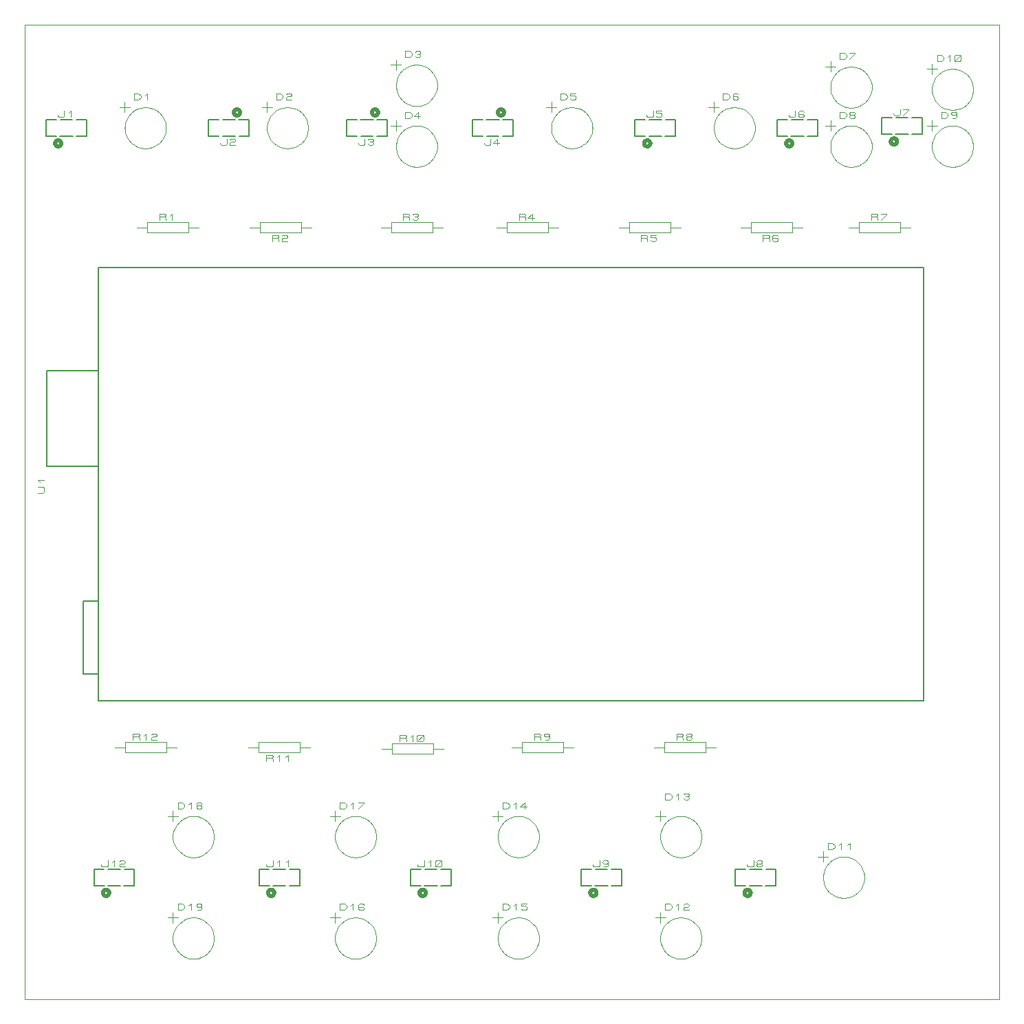
<source format=gbr>
G04 PROTEUS GERBER X2 FILE*
%TF.GenerationSoftware,Labcenter,Proteus,8.16-SP3-Build36097*%
%TF.CreationDate,2024-06-22T10:21:33+00:00*%
%TF.FileFunction,Legend,Top*%
%TF.FilePolarity,Positive*%
%TF.Part,Single*%
%TF.SameCoordinates,{24a379d5-4027-43cf-b872-4d17f73d1947}*%
%FSLAX45Y45*%
%MOMM*%
G01*
%TA.AperFunction,Profile*%
%ADD18C,0.101600*%
%TA.AperFunction,Material*%
%ADD19C,0.127000*%
%ADD70C,0.101600*%
%ADD71C,0.508000*%
%ADD20C,0.152400*%
%TD.AperFunction*%
D18*
X-6200000Y-6000000D02*
X+5800000Y-6000000D01*
X+5800000Y+6000000D01*
X-6200000Y+6000000D01*
X-6200000Y-6000000D01*
D19*
X-5298000Y-2330000D02*
X-5298000Y-2000000D01*
X-5298000Y-1101000D01*
X-5298000Y+558996D01*
X-5298000Y+1739000D01*
X-5298000Y+3004000D01*
X+4862000Y+3004000D01*
X+4862000Y-2330000D01*
X-5298000Y-2330000D01*
X-5298000Y+1739000D02*
X-5933000Y+1739000D01*
X-5933000Y+558996D01*
X-5298000Y+558996D01*
X-5298000Y-2000000D02*
X-5479000Y-2000000D01*
X-5479000Y-1101000D01*
X-5298000Y-1101000D01*
D70*
X-6040950Y+230320D02*
X-5977450Y+230320D01*
X-5964750Y+243655D01*
X-5964750Y+296995D01*
X-5977450Y+310330D01*
X-6040950Y+310330D01*
X-6015550Y+363670D02*
X-6040950Y+390340D01*
X-5964750Y+390340D01*
X-4461000Y+4727000D02*
X-4461827Y+4747483D01*
X-4468545Y+4788450D01*
X-4482563Y+4829417D01*
X-4505341Y+4870384D01*
X-4540141Y+4911229D01*
X-4581108Y+4942845D01*
X-4622075Y+4963392D01*
X-4663042Y+4975629D01*
X-4704009Y+4980762D01*
X-4715000Y+4981000D01*
X-4969000Y+4727000D02*
X-4968173Y+4747483D01*
X-4961455Y+4788450D01*
X-4947437Y+4829417D01*
X-4924659Y+4870384D01*
X-4889859Y+4911229D01*
X-4848892Y+4942845D01*
X-4807925Y+4963392D01*
X-4766958Y+4975629D01*
X-4725991Y+4980762D01*
X-4715000Y+4981000D01*
X-4969000Y+4727000D02*
X-4968173Y+4706517D01*
X-4961455Y+4665550D01*
X-4947437Y+4624583D01*
X-4924659Y+4583616D01*
X-4889859Y+4542771D01*
X-4848892Y+4511155D01*
X-4807925Y+4490608D01*
X-4766958Y+4478371D01*
X-4725991Y+4473238D01*
X-4715000Y+4473000D01*
X-4461000Y+4727000D02*
X-4461827Y+4706517D01*
X-4468545Y+4665550D01*
X-4482563Y+4624583D01*
X-4505341Y+4583616D01*
X-4540141Y+4542771D01*
X-4581108Y+4511155D01*
X-4622075Y+4490608D01*
X-4663042Y+4478371D01*
X-4704009Y+4473238D01*
X-4715000Y+4473000D01*
X-5032500Y+4981000D02*
X-4905500Y+4981000D01*
X-4969000Y+5044500D02*
X-4969000Y+4917500D01*
X-4853430Y+5074980D02*
X-4853430Y+5151180D01*
X-4800090Y+5151180D01*
X-4773420Y+5125780D01*
X-4773420Y+5100380D01*
X-4800090Y+5074980D01*
X-4853430Y+5074980D01*
X-4720080Y+5125780D02*
X-4693410Y+5151180D01*
X-4693410Y+5074980D01*
X-2711000Y+4727000D02*
X-2711827Y+4747483D01*
X-2718545Y+4788450D01*
X-2732563Y+4829417D01*
X-2755341Y+4870384D01*
X-2790141Y+4911229D01*
X-2831108Y+4942845D01*
X-2872075Y+4963392D01*
X-2913042Y+4975629D01*
X-2954009Y+4980762D01*
X-2965000Y+4981000D01*
X-3219000Y+4727000D02*
X-3218173Y+4747483D01*
X-3211455Y+4788450D01*
X-3197437Y+4829417D01*
X-3174659Y+4870384D01*
X-3139859Y+4911229D01*
X-3098892Y+4942845D01*
X-3057925Y+4963392D01*
X-3016958Y+4975629D01*
X-2975991Y+4980762D01*
X-2965000Y+4981000D01*
X-3219000Y+4727000D02*
X-3218173Y+4706517D01*
X-3211455Y+4665550D01*
X-3197437Y+4624583D01*
X-3174659Y+4583616D01*
X-3139859Y+4542771D01*
X-3098892Y+4511155D01*
X-3057925Y+4490608D01*
X-3016958Y+4478371D01*
X-2975991Y+4473238D01*
X-2965000Y+4473000D01*
X-2711000Y+4727000D02*
X-2711827Y+4706517D01*
X-2718545Y+4665550D01*
X-2732563Y+4624583D01*
X-2755341Y+4583616D01*
X-2790141Y+4542771D01*
X-2831108Y+4511155D01*
X-2872075Y+4490608D01*
X-2913042Y+4478371D01*
X-2954009Y+4473238D01*
X-2965000Y+4473000D01*
X-3282500Y+4981000D02*
X-3155500Y+4981000D01*
X-3219000Y+5044500D02*
X-3219000Y+4917500D01*
X-3103430Y+5074980D02*
X-3103430Y+5151180D01*
X-3050090Y+5151180D01*
X-3023420Y+5125780D01*
X-3023420Y+5100380D01*
X-3050090Y+5074980D01*
X-3103430Y+5074980D01*
X-2983415Y+5138480D02*
X-2970080Y+5151180D01*
X-2930075Y+5151180D01*
X-2916740Y+5138480D01*
X-2916740Y+5125780D01*
X-2930075Y+5113080D01*
X-2970080Y+5113080D01*
X-2983415Y+5100380D01*
X-2983415Y+5074980D01*
X-2916740Y+5074980D01*
X-1123000Y+5250000D02*
X-1123827Y+5270483D01*
X-1130545Y+5311450D01*
X-1144563Y+5352417D01*
X-1167341Y+5393384D01*
X-1202141Y+5434229D01*
X-1243108Y+5465845D01*
X-1284075Y+5486392D01*
X-1325042Y+5498629D01*
X-1366009Y+5503762D01*
X-1377000Y+5504000D01*
X-1631000Y+5250000D02*
X-1630173Y+5270483D01*
X-1623455Y+5311450D01*
X-1609437Y+5352417D01*
X-1586659Y+5393384D01*
X-1551859Y+5434229D01*
X-1510892Y+5465845D01*
X-1469925Y+5486392D01*
X-1428958Y+5498629D01*
X-1387991Y+5503762D01*
X-1377000Y+5504000D01*
X-1631000Y+5250000D02*
X-1630173Y+5229517D01*
X-1623455Y+5188550D01*
X-1609437Y+5147583D01*
X-1586659Y+5106616D01*
X-1551859Y+5065771D01*
X-1510892Y+5034155D01*
X-1469925Y+5013608D01*
X-1428958Y+5001371D01*
X-1387991Y+4996238D01*
X-1377000Y+4996000D01*
X-1123000Y+5250000D02*
X-1123827Y+5229517D01*
X-1130545Y+5188550D01*
X-1144563Y+5147583D01*
X-1167341Y+5106616D01*
X-1202141Y+5065771D01*
X-1243108Y+5034155D01*
X-1284075Y+5013608D01*
X-1325042Y+5001371D01*
X-1366009Y+4996238D01*
X-1377000Y+4996000D01*
X-1694500Y+5504000D02*
X-1567500Y+5504000D01*
X-1631000Y+5567500D02*
X-1631000Y+5440500D01*
X-1515430Y+5597980D02*
X-1515430Y+5674180D01*
X-1462090Y+5674180D01*
X-1435420Y+5648780D01*
X-1435420Y+5623380D01*
X-1462090Y+5597980D01*
X-1515430Y+5597980D01*
X-1395415Y+5661480D02*
X-1382080Y+5674180D01*
X-1342075Y+5674180D01*
X-1328740Y+5661480D01*
X-1328740Y+5648780D01*
X-1342075Y+5636080D01*
X-1328740Y+5623380D01*
X-1328740Y+5610680D01*
X-1342075Y+5597980D01*
X-1382080Y+5597980D01*
X-1395415Y+5610680D01*
X-1368745Y+5636080D02*
X-1342075Y+5636080D01*
X-1123000Y+4500000D02*
X-1123827Y+4520483D01*
X-1130545Y+4561450D01*
X-1144563Y+4602417D01*
X-1167341Y+4643384D01*
X-1202141Y+4684229D01*
X-1243108Y+4715845D01*
X-1284075Y+4736392D01*
X-1325042Y+4748629D01*
X-1366009Y+4753762D01*
X-1377000Y+4754000D01*
X-1631000Y+4500000D02*
X-1630173Y+4520483D01*
X-1623455Y+4561450D01*
X-1609437Y+4602417D01*
X-1586659Y+4643384D01*
X-1551859Y+4684229D01*
X-1510892Y+4715845D01*
X-1469925Y+4736392D01*
X-1428958Y+4748629D01*
X-1387991Y+4753762D01*
X-1377000Y+4754000D01*
X-1631000Y+4500000D02*
X-1630173Y+4479517D01*
X-1623455Y+4438550D01*
X-1609437Y+4397583D01*
X-1586659Y+4356616D01*
X-1551859Y+4315771D01*
X-1510892Y+4284155D01*
X-1469925Y+4263608D01*
X-1428958Y+4251371D01*
X-1387991Y+4246238D01*
X-1377000Y+4246000D01*
X-1123000Y+4500000D02*
X-1123827Y+4479517D01*
X-1130545Y+4438550D01*
X-1144563Y+4397583D01*
X-1167341Y+4356616D01*
X-1202141Y+4315771D01*
X-1243108Y+4284155D01*
X-1284075Y+4263608D01*
X-1325042Y+4251371D01*
X-1366009Y+4246238D01*
X-1377000Y+4246000D01*
X-1694500Y+4754000D02*
X-1567500Y+4754000D01*
X-1631000Y+4817500D02*
X-1631000Y+4690500D01*
X-1515430Y+4847980D02*
X-1515430Y+4924180D01*
X-1462090Y+4924180D01*
X-1435420Y+4898780D01*
X-1435420Y+4873380D01*
X-1462090Y+4847980D01*
X-1515430Y+4847980D01*
X-1328740Y+4873380D02*
X-1408750Y+4873380D01*
X-1355410Y+4924180D01*
X-1355410Y+4847980D01*
X+789000Y+4727000D02*
X+788173Y+4747483D01*
X+781455Y+4788450D01*
X+767437Y+4829417D01*
X+744659Y+4870384D01*
X+709859Y+4911229D01*
X+668892Y+4942845D01*
X+627925Y+4963392D01*
X+586958Y+4975629D01*
X+545991Y+4980762D01*
X+535000Y+4981000D01*
X+281000Y+4727000D02*
X+281827Y+4747483D01*
X+288545Y+4788450D01*
X+302563Y+4829417D01*
X+325341Y+4870384D01*
X+360141Y+4911229D01*
X+401108Y+4942845D01*
X+442075Y+4963392D01*
X+483042Y+4975629D01*
X+524009Y+4980762D01*
X+535000Y+4981000D01*
X+281000Y+4727000D02*
X+281827Y+4706517D01*
X+288545Y+4665550D01*
X+302563Y+4624583D01*
X+325341Y+4583616D01*
X+360141Y+4542771D01*
X+401108Y+4511155D01*
X+442075Y+4490608D01*
X+483042Y+4478371D01*
X+524009Y+4473238D01*
X+535000Y+4473000D01*
X+789000Y+4727000D02*
X+788173Y+4706517D01*
X+781455Y+4665550D01*
X+767437Y+4624583D01*
X+744659Y+4583616D01*
X+709859Y+4542771D01*
X+668892Y+4511155D01*
X+627925Y+4490608D01*
X+586958Y+4478371D01*
X+545991Y+4473238D01*
X+535000Y+4473000D01*
X+217500Y+4981000D02*
X+344500Y+4981000D01*
X+281000Y+5044500D02*
X+281000Y+4917500D01*
X+396570Y+5074980D02*
X+396570Y+5151180D01*
X+449910Y+5151180D01*
X+476580Y+5125780D01*
X+476580Y+5100380D01*
X+449910Y+5074980D01*
X+396570Y+5074980D01*
X+583260Y+5151180D02*
X+516585Y+5151180D01*
X+516585Y+5125780D01*
X+569925Y+5125780D01*
X+583260Y+5113080D01*
X+583260Y+5087680D01*
X+569925Y+5074980D01*
X+529920Y+5074980D01*
X+516585Y+5087680D01*
X+2789000Y+4727000D02*
X+2788173Y+4747483D01*
X+2781455Y+4788450D01*
X+2767437Y+4829417D01*
X+2744659Y+4870384D01*
X+2709859Y+4911229D01*
X+2668892Y+4942845D01*
X+2627925Y+4963392D01*
X+2586958Y+4975629D01*
X+2545991Y+4980762D01*
X+2535000Y+4981000D01*
X+2281000Y+4727000D02*
X+2281827Y+4747483D01*
X+2288545Y+4788450D01*
X+2302563Y+4829417D01*
X+2325341Y+4870384D01*
X+2360141Y+4911229D01*
X+2401108Y+4942845D01*
X+2442075Y+4963392D01*
X+2483042Y+4975629D01*
X+2524009Y+4980762D01*
X+2535000Y+4981000D01*
X+2281000Y+4727000D02*
X+2281827Y+4706517D01*
X+2288545Y+4665550D01*
X+2302563Y+4624583D01*
X+2325341Y+4583616D01*
X+2360141Y+4542771D01*
X+2401108Y+4511155D01*
X+2442075Y+4490608D01*
X+2483042Y+4478371D01*
X+2524009Y+4473238D01*
X+2535000Y+4473000D01*
X+2789000Y+4727000D02*
X+2788173Y+4706517D01*
X+2781455Y+4665550D01*
X+2767437Y+4624583D01*
X+2744659Y+4583616D01*
X+2709859Y+4542771D01*
X+2668892Y+4511155D01*
X+2627925Y+4490608D01*
X+2586958Y+4478371D01*
X+2545991Y+4473238D01*
X+2535000Y+4473000D01*
X+2217500Y+4981000D02*
X+2344500Y+4981000D01*
X+2281000Y+5044500D02*
X+2281000Y+4917500D01*
X+2396570Y+5074980D02*
X+2396570Y+5151180D01*
X+2449910Y+5151180D01*
X+2476580Y+5125780D01*
X+2476580Y+5100380D01*
X+2449910Y+5074980D01*
X+2396570Y+5074980D01*
X+2583260Y+5138480D02*
X+2569925Y+5151180D01*
X+2529920Y+5151180D01*
X+2516585Y+5138480D01*
X+2516585Y+5087680D01*
X+2529920Y+5074980D01*
X+2569925Y+5074980D01*
X+2583260Y+5087680D01*
X+2583260Y+5100380D01*
X+2569925Y+5113080D01*
X+2516585Y+5113080D01*
X+4227000Y+5227000D02*
X+4226173Y+5247483D01*
X+4219455Y+5288450D01*
X+4205437Y+5329417D01*
X+4182659Y+5370384D01*
X+4147859Y+5411229D01*
X+4106892Y+5442845D01*
X+4065925Y+5463392D01*
X+4024958Y+5475629D01*
X+3983991Y+5480762D01*
X+3973000Y+5481000D01*
X+3719000Y+5227000D02*
X+3719827Y+5247483D01*
X+3726545Y+5288450D01*
X+3740563Y+5329417D01*
X+3763341Y+5370384D01*
X+3798141Y+5411229D01*
X+3839108Y+5442845D01*
X+3880075Y+5463392D01*
X+3921042Y+5475629D01*
X+3962009Y+5480762D01*
X+3973000Y+5481000D01*
X+3719000Y+5227000D02*
X+3719827Y+5206517D01*
X+3726545Y+5165550D01*
X+3740563Y+5124583D01*
X+3763341Y+5083616D01*
X+3798141Y+5042771D01*
X+3839108Y+5011155D01*
X+3880075Y+4990608D01*
X+3921042Y+4978371D01*
X+3962009Y+4973238D01*
X+3973000Y+4973000D01*
X+4227000Y+5227000D02*
X+4226173Y+5206517D01*
X+4219455Y+5165550D01*
X+4205437Y+5124583D01*
X+4182659Y+5083616D01*
X+4147859Y+5042771D01*
X+4106892Y+5011155D01*
X+4065925Y+4990608D01*
X+4024958Y+4978371D01*
X+3983991Y+4973238D01*
X+3973000Y+4973000D01*
X+3655500Y+5481000D02*
X+3782500Y+5481000D01*
X+3719000Y+5544500D02*
X+3719000Y+5417500D01*
X+3834570Y+5574980D02*
X+3834570Y+5651180D01*
X+3887910Y+5651180D01*
X+3914580Y+5625780D01*
X+3914580Y+5600380D01*
X+3887910Y+5574980D01*
X+3834570Y+5574980D01*
X+3954585Y+5651180D02*
X+4021260Y+5651180D01*
X+4021260Y+5638480D01*
X+3954585Y+5574980D01*
X+4227000Y+4500000D02*
X+4226173Y+4520483D01*
X+4219455Y+4561450D01*
X+4205437Y+4602417D01*
X+4182659Y+4643384D01*
X+4147859Y+4684229D01*
X+4106892Y+4715845D01*
X+4065925Y+4736392D01*
X+4024958Y+4748629D01*
X+3983991Y+4753762D01*
X+3973000Y+4754000D01*
X+3719000Y+4500000D02*
X+3719827Y+4520483D01*
X+3726545Y+4561450D01*
X+3740563Y+4602417D01*
X+3763341Y+4643384D01*
X+3798141Y+4684229D01*
X+3839108Y+4715845D01*
X+3880075Y+4736392D01*
X+3921042Y+4748629D01*
X+3962009Y+4753762D01*
X+3973000Y+4754000D01*
X+3719000Y+4500000D02*
X+3719827Y+4479517D01*
X+3726545Y+4438550D01*
X+3740563Y+4397583D01*
X+3763341Y+4356616D01*
X+3798141Y+4315771D01*
X+3839108Y+4284155D01*
X+3880075Y+4263608D01*
X+3921042Y+4251371D01*
X+3962009Y+4246238D01*
X+3973000Y+4246000D01*
X+4227000Y+4500000D02*
X+4226173Y+4479517D01*
X+4219455Y+4438550D01*
X+4205437Y+4397583D01*
X+4182659Y+4356616D01*
X+4147859Y+4315771D01*
X+4106892Y+4284155D01*
X+4065925Y+4263608D01*
X+4024958Y+4251371D01*
X+3983991Y+4246238D01*
X+3973000Y+4246000D01*
X+3655500Y+4754000D02*
X+3782500Y+4754000D01*
X+3719000Y+4817500D02*
X+3719000Y+4690500D01*
X+3834570Y+4847980D02*
X+3834570Y+4924180D01*
X+3887910Y+4924180D01*
X+3914580Y+4898780D01*
X+3914580Y+4873380D01*
X+3887910Y+4847980D01*
X+3834570Y+4847980D01*
X+3967920Y+4886080D02*
X+3954585Y+4898780D01*
X+3954585Y+4911480D01*
X+3967920Y+4924180D01*
X+4007925Y+4924180D01*
X+4021260Y+4911480D01*
X+4021260Y+4898780D01*
X+4007925Y+4886080D01*
X+3967920Y+4886080D01*
X+3954585Y+4873380D01*
X+3954585Y+4860680D01*
X+3967920Y+4847980D01*
X+4007925Y+4847980D01*
X+4021260Y+4860680D01*
X+4021260Y+4873380D01*
X+4007925Y+4886080D01*
X+5477000Y+4500000D02*
X+5476173Y+4520483D01*
X+5469455Y+4561450D01*
X+5455437Y+4602417D01*
X+5432659Y+4643384D01*
X+5397859Y+4684229D01*
X+5356892Y+4715845D01*
X+5315925Y+4736392D01*
X+5274958Y+4748629D01*
X+5233991Y+4753762D01*
X+5223000Y+4754000D01*
X+4969000Y+4500000D02*
X+4969827Y+4520483D01*
X+4976545Y+4561450D01*
X+4990563Y+4602417D01*
X+5013341Y+4643384D01*
X+5048141Y+4684229D01*
X+5089108Y+4715845D01*
X+5130075Y+4736392D01*
X+5171042Y+4748629D01*
X+5212009Y+4753762D01*
X+5223000Y+4754000D01*
X+4969000Y+4500000D02*
X+4969827Y+4479517D01*
X+4976545Y+4438550D01*
X+4990563Y+4397583D01*
X+5013341Y+4356616D01*
X+5048141Y+4315771D01*
X+5089108Y+4284155D01*
X+5130075Y+4263608D01*
X+5171042Y+4251371D01*
X+5212009Y+4246238D01*
X+5223000Y+4246000D01*
X+5477000Y+4500000D02*
X+5476173Y+4479517D01*
X+5469455Y+4438550D01*
X+5455437Y+4397583D01*
X+5432659Y+4356616D01*
X+5397859Y+4315771D01*
X+5356892Y+4284155D01*
X+5315925Y+4263608D01*
X+5274958Y+4251371D01*
X+5233991Y+4246238D01*
X+5223000Y+4246000D01*
X+4905500Y+4754000D02*
X+5032500Y+4754000D01*
X+4969000Y+4817500D02*
X+4969000Y+4690500D01*
X+5084570Y+4847980D02*
X+5084570Y+4924180D01*
X+5137910Y+4924180D01*
X+5164580Y+4898780D01*
X+5164580Y+4873380D01*
X+5137910Y+4847980D01*
X+5084570Y+4847980D01*
X+5271260Y+4898780D02*
X+5257925Y+4886080D01*
X+5217920Y+4886080D01*
X+5204585Y+4898780D01*
X+5204585Y+4911480D01*
X+5217920Y+4924180D01*
X+5257925Y+4924180D01*
X+5271260Y+4911480D01*
X+5271260Y+4860680D01*
X+5257925Y+4847980D01*
X+5217920Y+4847980D01*
X+5477000Y+5200000D02*
X+5476173Y+5220483D01*
X+5469455Y+5261450D01*
X+5455437Y+5302417D01*
X+5432659Y+5343384D01*
X+5397859Y+5384229D01*
X+5356892Y+5415845D01*
X+5315925Y+5436392D01*
X+5274958Y+5448629D01*
X+5233991Y+5453762D01*
X+5223000Y+5454000D01*
X+4969000Y+5200000D02*
X+4969827Y+5220483D01*
X+4976545Y+5261450D01*
X+4990563Y+5302417D01*
X+5013341Y+5343384D01*
X+5048141Y+5384229D01*
X+5089108Y+5415845D01*
X+5130075Y+5436392D01*
X+5171042Y+5448629D01*
X+5212009Y+5453762D01*
X+5223000Y+5454000D01*
X+4969000Y+5200000D02*
X+4969827Y+5179517D01*
X+4976545Y+5138550D01*
X+4990563Y+5097583D01*
X+5013341Y+5056616D01*
X+5048141Y+5015771D01*
X+5089108Y+4984155D01*
X+5130075Y+4963608D01*
X+5171042Y+4951371D01*
X+5212009Y+4946238D01*
X+5223000Y+4946000D01*
X+5477000Y+5200000D02*
X+5476173Y+5179517D01*
X+5469455Y+5138550D01*
X+5455437Y+5097583D01*
X+5432659Y+5056616D01*
X+5397859Y+5015771D01*
X+5356892Y+4984155D01*
X+5315925Y+4963608D01*
X+5274958Y+4951371D01*
X+5233991Y+4946238D01*
X+5223000Y+4946000D01*
X+4905500Y+5454000D02*
X+5032500Y+5454000D01*
X+4969000Y+5517500D02*
X+4969000Y+5390500D01*
X+5031230Y+5547980D02*
X+5031230Y+5624180D01*
X+5084570Y+5624180D01*
X+5111240Y+5598780D01*
X+5111240Y+5573380D01*
X+5084570Y+5547980D01*
X+5031230Y+5547980D01*
X+5164580Y+5598780D02*
X+5191250Y+5624180D01*
X+5191250Y+5547980D01*
X+5244590Y+5560680D02*
X+5244590Y+5611480D01*
X+5257925Y+5624180D01*
X+5311265Y+5624180D01*
X+5324600Y+5611480D01*
X+5324600Y+5560680D01*
X+5311265Y+5547980D01*
X+5257925Y+5547980D01*
X+5244590Y+5560680D01*
X+5244590Y+5547980D02*
X+5324600Y+5624180D01*
X+4135000Y-4500000D02*
X+4134173Y-4479517D01*
X+4127455Y-4438550D01*
X+4113437Y-4397583D01*
X+4090659Y-4356616D01*
X+4055859Y-4315771D01*
X+4014892Y-4284155D01*
X+3973925Y-4263608D01*
X+3932958Y-4251371D01*
X+3891991Y-4246238D01*
X+3881000Y-4246000D01*
X+3627000Y-4500000D02*
X+3627827Y-4479517D01*
X+3634545Y-4438550D01*
X+3648563Y-4397583D01*
X+3671341Y-4356616D01*
X+3706141Y-4315771D01*
X+3747108Y-4284155D01*
X+3788075Y-4263608D01*
X+3829042Y-4251371D01*
X+3870009Y-4246238D01*
X+3881000Y-4246000D01*
X+3627000Y-4500000D02*
X+3627827Y-4520483D01*
X+3634545Y-4561450D01*
X+3648563Y-4602417D01*
X+3671341Y-4643384D01*
X+3706141Y-4684229D01*
X+3747108Y-4715845D01*
X+3788075Y-4736392D01*
X+3829042Y-4748629D01*
X+3870009Y-4753762D01*
X+3881000Y-4754000D01*
X+4135000Y-4500000D02*
X+4134173Y-4520483D01*
X+4127455Y-4561450D01*
X+4113437Y-4602417D01*
X+4090659Y-4643384D01*
X+4055859Y-4684229D01*
X+4014892Y-4715845D01*
X+3973925Y-4736392D01*
X+3932958Y-4748629D01*
X+3891991Y-4753762D01*
X+3881000Y-4754000D01*
X+3563500Y-4246000D02*
X+3690500Y-4246000D01*
X+3627000Y-4182500D02*
X+3627000Y-4309500D01*
X+3689230Y-4152020D02*
X+3689230Y-4075820D01*
X+3742570Y-4075820D01*
X+3769240Y-4101220D01*
X+3769240Y-4126620D01*
X+3742570Y-4152020D01*
X+3689230Y-4152020D01*
X+3822580Y-4101220D02*
X+3849250Y-4075820D01*
X+3849250Y-4152020D01*
X+3929260Y-4101220D02*
X+3955930Y-4075820D01*
X+3955930Y-4152020D01*
X+2131000Y-5250000D02*
X+2130173Y-5229517D01*
X+2123455Y-5188550D01*
X+2109437Y-5147583D01*
X+2086659Y-5106616D01*
X+2051859Y-5065771D01*
X+2010892Y-5034155D01*
X+1969925Y-5013608D01*
X+1928958Y-5001371D01*
X+1887991Y-4996238D01*
X+1877000Y-4996000D01*
X+1623000Y-5250000D02*
X+1623827Y-5229517D01*
X+1630545Y-5188550D01*
X+1644563Y-5147583D01*
X+1667341Y-5106616D01*
X+1702141Y-5065771D01*
X+1743108Y-5034155D01*
X+1784075Y-5013608D01*
X+1825042Y-5001371D01*
X+1866009Y-4996238D01*
X+1877000Y-4996000D01*
X+1623000Y-5250000D02*
X+1623827Y-5270483D01*
X+1630545Y-5311450D01*
X+1644563Y-5352417D01*
X+1667341Y-5393384D01*
X+1702141Y-5434229D01*
X+1743108Y-5465845D01*
X+1784075Y-5486392D01*
X+1825042Y-5498629D01*
X+1866009Y-5503762D01*
X+1877000Y-5504000D01*
X+2131000Y-5250000D02*
X+2130173Y-5270483D01*
X+2123455Y-5311450D01*
X+2109437Y-5352417D01*
X+2086659Y-5393384D01*
X+2051859Y-5434229D01*
X+2010892Y-5465845D01*
X+1969925Y-5486392D01*
X+1928958Y-5498629D01*
X+1887991Y-5503762D01*
X+1877000Y-5504000D01*
X+1559500Y-4996000D02*
X+1686500Y-4996000D01*
X+1623000Y-4932500D02*
X+1623000Y-5059500D01*
X+1685230Y-4902020D02*
X+1685230Y-4825820D01*
X+1738570Y-4825820D01*
X+1765240Y-4851220D01*
X+1765240Y-4876620D01*
X+1738570Y-4902020D01*
X+1685230Y-4902020D01*
X+1818580Y-4851220D02*
X+1845250Y-4825820D01*
X+1845250Y-4902020D01*
X+1911925Y-4838520D02*
X+1925260Y-4825820D01*
X+1965265Y-4825820D01*
X+1978600Y-4838520D01*
X+1978600Y-4851220D01*
X+1965265Y-4863920D01*
X+1925260Y-4863920D01*
X+1911925Y-4876620D01*
X+1911925Y-4902020D01*
X+1978600Y-4902020D01*
X+2131000Y-4000000D02*
X+2130173Y-3979517D01*
X+2123455Y-3938550D01*
X+2109437Y-3897583D01*
X+2086659Y-3856616D01*
X+2051859Y-3815771D01*
X+2010892Y-3784155D01*
X+1969925Y-3763608D01*
X+1928958Y-3751371D01*
X+1887991Y-3746238D01*
X+1877000Y-3746000D01*
X+1623000Y-4000000D02*
X+1623827Y-3979517D01*
X+1630545Y-3938550D01*
X+1644563Y-3897583D01*
X+1667341Y-3856616D01*
X+1702141Y-3815771D01*
X+1743108Y-3784155D01*
X+1784075Y-3763608D01*
X+1825042Y-3751371D01*
X+1866009Y-3746238D01*
X+1877000Y-3746000D01*
X+1623000Y-4000000D02*
X+1623827Y-4020483D01*
X+1630545Y-4061450D01*
X+1644563Y-4102417D01*
X+1667341Y-4143384D01*
X+1702141Y-4184229D01*
X+1743108Y-4215845D01*
X+1784075Y-4236392D01*
X+1825042Y-4248629D01*
X+1866009Y-4253762D01*
X+1877000Y-4254000D01*
X+2131000Y-4000000D02*
X+2130173Y-4020483D01*
X+2123455Y-4061450D01*
X+2109437Y-4102417D01*
X+2086659Y-4143384D01*
X+2051859Y-4184229D01*
X+2010892Y-4215845D01*
X+1969925Y-4236392D01*
X+1928958Y-4248629D01*
X+1887991Y-4253762D01*
X+1877000Y-4254000D01*
X+1559500Y-3746000D02*
X+1686500Y-3746000D01*
X+1623000Y-3682500D02*
X+1623000Y-3809500D01*
X+1685230Y-3541520D02*
X+1685230Y-3465320D01*
X+1738570Y-3465320D01*
X+1765240Y-3490720D01*
X+1765240Y-3516120D01*
X+1738570Y-3541520D01*
X+1685230Y-3541520D01*
X+1818580Y-3490720D02*
X+1845250Y-3465320D01*
X+1845250Y-3541520D01*
X+1911925Y-3478020D02*
X+1925260Y-3465320D01*
X+1965265Y-3465320D01*
X+1978600Y-3478020D01*
X+1978600Y-3490720D01*
X+1965265Y-3503420D01*
X+1978600Y-3516120D01*
X+1978600Y-3528820D01*
X+1965265Y-3541520D01*
X+1925260Y-3541520D01*
X+1911925Y-3528820D01*
X+1938595Y-3503420D02*
X+1965265Y-3503420D01*
X+131000Y-4000000D02*
X+130173Y-3979517D01*
X+123455Y-3938550D01*
X+109437Y-3897583D01*
X+86659Y-3856616D01*
X+51859Y-3815771D01*
X+10892Y-3784155D01*
X-30075Y-3763608D01*
X-71042Y-3751371D01*
X-112009Y-3746238D01*
X-123000Y-3746000D01*
X-377000Y-4000000D02*
X-376173Y-3979517D01*
X-369455Y-3938550D01*
X-355437Y-3897583D01*
X-332659Y-3856616D01*
X-297859Y-3815771D01*
X-256892Y-3784155D01*
X-215925Y-3763608D01*
X-174958Y-3751371D01*
X-133991Y-3746238D01*
X-123000Y-3746000D01*
X-377000Y-4000000D02*
X-376173Y-4020483D01*
X-369455Y-4061450D01*
X-355437Y-4102417D01*
X-332659Y-4143384D01*
X-297859Y-4184229D01*
X-256892Y-4215845D01*
X-215925Y-4236392D01*
X-174958Y-4248629D01*
X-133991Y-4253762D01*
X-123000Y-4254000D01*
X+131000Y-4000000D02*
X+130173Y-4020483D01*
X+123455Y-4061450D01*
X+109437Y-4102417D01*
X+86659Y-4143384D01*
X+51859Y-4184229D01*
X+10892Y-4215845D01*
X-30075Y-4236392D01*
X-71042Y-4248629D01*
X-112009Y-4253762D01*
X-123000Y-4254000D01*
X-440500Y-3746000D02*
X-313500Y-3746000D01*
X-377000Y-3682500D02*
X-377000Y-3809500D01*
X-314770Y-3652020D02*
X-314770Y-3575820D01*
X-261430Y-3575820D01*
X-234760Y-3601220D01*
X-234760Y-3626620D01*
X-261430Y-3652020D01*
X-314770Y-3652020D01*
X-181420Y-3601220D02*
X-154750Y-3575820D01*
X-154750Y-3652020D01*
X-21400Y-3626620D02*
X-101410Y-3626620D01*
X-48070Y-3575820D01*
X-48070Y-3652020D01*
X+131000Y-5250000D02*
X+130173Y-5229517D01*
X+123455Y-5188550D01*
X+109437Y-5147583D01*
X+86659Y-5106616D01*
X+51859Y-5065771D01*
X+10892Y-5034155D01*
X-30075Y-5013608D01*
X-71042Y-5001371D01*
X-112009Y-4996238D01*
X-123000Y-4996000D01*
X-377000Y-5250000D02*
X-376173Y-5229517D01*
X-369455Y-5188550D01*
X-355437Y-5147583D01*
X-332659Y-5106616D01*
X-297859Y-5065771D01*
X-256892Y-5034155D01*
X-215925Y-5013608D01*
X-174958Y-5001371D01*
X-133991Y-4996238D01*
X-123000Y-4996000D01*
X-377000Y-5250000D02*
X-376173Y-5270483D01*
X-369455Y-5311450D01*
X-355437Y-5352417D01*
X-332659Y-5393384D01*
X-297859Y-5434229D01*
X-256892Y-5465845D01*
X-215925Y-5486392D01*
X-174958Y-5498629D01*
X-133991Y-5503762D01*
X-123000Y-5504000D01*
X+131000Y-5250000D02*
X+130173Y-5270483D01*
X+123455Y-5311450D01*
X+109437Y-5352417D01*
X+86659Y-5393384D01*
X+51859Y-5434229D01*
X+10892Y-5465845D01*
X-30075Y-5486392D01*
X-71042Y-5498629D01*
X-112009Y-5503762D01*
X-123000Y-5504000D01*
X-440500Y-4996000D02*
X-313500Y-4996000D01*
X-377000Y-4932500D02*
X-377000Y-5059500D01*
X-314770Y-4902020D02*
X-314770Y-4825820D01*
X-261430Y-4825820D01*
X-234760Y-4851220D01*
X-234760Y-4876620D01*
X-261430Y-4902020D01*
X-314770Y-4902020D01*
X-181420Y-4851220D02*
X-154750Y-4825820D01*
X-154750Y-4902020D01*
X-21400Y-4825820D02*
X-88075Y-4825820D01*
X-88075Y-4851220D01*
X-34735Y-4851220D01*
X-21400Y-4863920D01*
X-21400Y-4889320D01*
X-34735Y-4902020D01*
X-74740Y-4902020D01*
X-88075Y-4889320D01*
X-1873000Y-5250000D02*
X-1873827Y-5229517D01*
X-1880545Y-5188550D01*
X-1894563Y-5147583D01*
X-1917341Y-5106616D01*
X-1952141Y-5065771D01*
X-1993108Y-5034155D01*
X-2034075Y-5013608D01*
X-2075042Y-5001371D01*
X-2116009Y-4996238D01*
X-2127000Y-4996000D01*
X-2381000Y-5250000D02*
X-2380173Y-5229517D01*
X-2373455Y-5188550D01*
X-2359437Y-5147583D01*
X-2336659Y-5106616D01*
X-2301859Y-5065771D01*
X-2260892Y-5034155D01*
X-2219925Y-5013608D01*
X-2178958Y-5001371D01*
X-2137991Y-4996238D01*
X-2127000Y-4996000D01*
X-2381000Y-5250000D02*
X-2380173Y-5270483D01*
X-2373455Y-5311450D01*
X-2359437Y-5352417D01*
X-2336659Y-5393384D01*
X-2301859Y-5434229D01*
X-2260892Y-5465845D01*
X-2219925Y-5486392D01*
X-2178958Y-5498629D01*
X-2137991Y-5503762D01*
X-2127000Y-5504000D01*
X-1873000Y-5250000D02*
X-1873827Y-5270483D01*
X-1880545Y-5311450D01*
X-1894563Y-5352417D01*
X-1917341Y-5393384D01*
X-1952141Y-5434229D01*
X-1993108Y-5465845D01*
X-2034075Y-5486392D01*
X-2075042Y-5498629D01*
X-2116009Y-5503762D01*
X-2127000Y-5504000D01*
X-2444500Y-4996000D02*
X-2317500Y-4996000D01*
X-2381000Y-4932500D02*
X-2381000Y-5059500D01*
X-2318770Y-4902020D02*
X-2318770Y-4825820D01*
X-2265430Y-4825820D01*
X-2238760Y-4851220D01*
X-2238760Y-4876620D01*
X-2265430Y-4902020D01*
X-2318770Y-4902020D01*
X-2185420Y-4851220D02*
X-2158750Y-4825820D01*
X-2158750Y-4902020D01*
X-2025400Y-4838520D02*
X-2038735Y-4825820D01*
X-2078740Y-4825820D01*
X-2092075Y-4838520D01*
X-2092075Y-4889320D01*
X-2078740Y-4902020D01*
X-2038735Y-4902020D01*
X-2025400Y-4889320D01*
X-2025400Y-4876620D01*
X-2038735Y-4863920D01*
X-2092075Y-4863920D01*
X-1873000Y-4000000D02*
X-1873827Y-3979517D01*
X-1880545Y-3938550D01*
X-1894563Y-3897583D01*
X-1917341Y-3856616D01*
X-1952141Y-3815771D01*
X-1993108Y-3784155D01*
X-2034075Y-3763608D01*
X-2075042Y-3751371D01*
X-2116009Y-3746238D01*
X-2127000Y-3746000D01*
X-2381000Y-4000000D02*
X-2380173Y-3979517D01*
X-2373455Y-3938550D01*
X-2359437Y-3897583D01*
X-2336659Y-3856616D01*
X-2301859Y-3815771D01*
X-2260892Y-3784155D01*
X-2219925Y-3763608D01*
X-2178958Y-3751371D01*
X-2137991Y-3746238D01*
X-2127000Y-3746000D01*
X-2381000Y-4000000D02*
X-2380173Y-4020483D01*
X-2373455Y-4061450D01*
X-2359437Y-4102417D01*
X-2336659Y-4143384D01*
X-2301859Y-4184229D01*
X-2260892Y-4215845D01*
X-2219925Y-4236392D01*
X-2178958Y-4248629D01*
X-2137991Y-4253762D01*
X-2127000Y-4254000D01*
X-1873000Y-4000000D02*
X-1873827Y-4020483D01*
X-1880545Y-4061450D01*
X-1894563Y-4102417D01*
X-1917341Y-4143384D01*
X-1952141Y-4184229D01*
X-1993108Y-4215845D01*
X-2034075Y-4236392D01*
X-2075042Y-4248629D01*
X-2116009Y-4253762D01*
X-2127000Y-4254000D01*
X-2444500Y-3746000D02*
X-2317500Y-3746000D01*
X-2381000Y-3682500D02*
X-2381000Y-3809500D01*
X-2318770Y-3652020D02*
X-2318770Y-3575820D01*
X-2265430Y-3575820D01*
X-2238760Y-3601220D01*
X-2238760Y-3626620D01*
X-2265430Y-3652020D01*
X-2318770Y-3652020D01*
X-2185420Y-3601220D02*
X-2158750Y-3575820D01*
X-2158750Y-3652020D01*
X-2092075Y-3575820D02*
X-2025400Y-3575820D01*
X-2025400Y-3588520D01*
X-2092075Y-3652020D01*
X-3869000Y-4000000D02*
X-3869827Y-3979517D01*
X-3876545Y-3938550D01*
X-3890563Y-3897583D01*
X-3913341Y-3856616D01*
X-3948141Y-3815771D01*
X-3989108Y-3784155D01*
X-4030075Y-3763608D01*
X-4071042Y-3751371D01*
X-4112009Y-3746238D01*
X-4123000Y-3746000D01*
X-4377000Y-4000000D02*
X-4376173Y-3979517D01*
X-4369455Y-3938550D01*
X-4355437Y-3897583D01*
X-4332659Y-3856616D01*
X-4297859Y-3815771D01*
X-4256892Y-3784155D01*
X-4215925Y-3763608D01*
X-4174958Y-3751371D01*
X-4133991Y-3746238D01*
X-4123000Y-3746000D01*
X-4377000Y-4000000D02*
X-4376173Y-4020483D01*
X-4369455Y-4061450D01*
X-4355437Y-4102417D01*
X-4332659Y-4143384D01*
X-4297859Y-4184229D01*
X-4256892Y-4215845D01*
X-4215925Y-4236392D01*
X-4174958Y-4248629D01*
X-4133991Y-4253762D01*
X-4123000Y-4254000D01*
X-3869000Y-4000000D02*
X-3869827Y-4020483D01*
X-3876545Y-4061450D01*
X-3890563Y-4102417D01*
X-3913341Y-4143384D01*
X-3948141Y-4184229D01*
X-3989108Y-4215845D01*
X-4030075Y-4236392D01*
X-4071042Y-4248629D01*
X-4112009Y-4253762D01*
X-4123000Y-4254000D01*
X-4440500Y-3746000D02*
X-4313500Y-3746000D01*
X-4377000Y-3682500D02*
X-4377000Y-3809500D01*
X-4314770Y-3652020D02*
X-4314770Y-3575820D01*
X-4261430Y-3575820D01*
X-4234760Y-3601220D01*
X-4234760Y-3626620D01*
X-4261430Y-3652020D01*
X-4314770Y-3652020D01*
X-4181420Y-3601220D02*
X-4154750Y-3575820D01*
X-4154750Y-3652020D01*
X-4074740Y-3613920D02*
X-4088075Y-3601220D01*
X-4088075Y-3588520D01*
X-4074740Y-3575820D01*
X-4034735Y-3575820D01*
X-4021400Y-3588520D01*
X-4021400Y-3601220D01*
X-4034735Y-3613920D01*
X-4074740Y-3613920D01*
X-4088075Y-3626620D01*
X-4088075Y-3639320D01*
X-4074740Y-3652020D01*
X-4034735Y-3652020D01*
X-4021400Y-3639320D01*
X-4021400Y-3626620D01*
X-4034735Y-3613920D01*
X-3869000Y-5250000D02*
X-3869827Y-5229517D01*
X-3876545Y-5188550D01*
X-3890563Y-5147583D01*
X-3913341Y-5106616D01*
X-3948141Y-5065771D01*
X-3989108Y-5034155D01*
X-4030075Y-5013608D01*
X-4071042Y-5001371D01*
X-4112009Y-4996238D01*
X-4123000Y-4996000D01*
X-4377000Y-5250000D02*
X-4376173Y-5229517D01*
X-4369455Y-5188550D01*
X-4355437Y-5147583D01*
X-4332659Y-5106616D01*
X-4297859Y-5065771D01*
X-4256892Y-5034155D01*
X-4215925Y-5013608D01*
X-4174958Y-5001371D01*
X-4133991Y-4996238D01*
X-4123000Y-4996000D01*
X-4377000Y-5250000D02*
X-4376173Y-5270483D01*
X-4369455Y-5311450D01*
X-4355437Y-5352417D01*
X-4332659Y-5393384D01*
X-4297859Y-5434229D01*
X-4256892Y-5465845D01*
X-4215925Y-5486392D01*
X-4174958Y-5498629D01*
X-4133991Y-5503762D01*
X-4123000Y-5504000D01*
X-3869000Y-5250000D02*
X-3869827Y-5270483D01*
X-3876545Y-5311450D01*
X-3890563Y-5352417D01*
X-3913341Y-5393384D01*
X-3948141Y-5434229D01*
X-3989108Y-5465845D01*
X-4030075Y-5486392D01*
X-4071042Y-5498629D01*
X-4112009Y-5503762D01*
X-4123000Y-5504000D01*
X-4440500Y-4996000D02*
X-4313500Y-4996000D01*
X-4377000Y-4932500D02*
X-4377000Y-5059500D01*
X-4314770Y-4902020D02*
X-4314770Y-4825820D01*
X-4261430Y-4825820D01*
X-4234760Y-4851220D01*
X-4234760Y-4876620D01*
X-4261430Y-4902020D01*
X-4314770Y-4902020D01*
X-4181420Y-4851220D02*
X-4154750Y-4825820D01*
X-4154750Y-4902020D01*
X-4021400Y-4851220D02*
X-4034735Y-4863920D01*
X-4074740Y-4863920D01*
X-4088075Y-4851220D01*
X-4088075Y-4838520D01*
X-4074740Y-4825820D01*
X-4034735Y-4825820D01*
X-4021400Y-4838520D01*
X-4021400Y-4889320D01*
X-4034735Y-4902020D01*
X-4074740Y-4902020D01*
D71*
X-5749900Y+4536500D02*
X-5750031Y+4539658D01*
X-5751097Y+4545976D01*
X-5753328Y+4552294D01*
X-5756973Y+4558612D01*
X-5762548Y+4564851D01*
X-5768866Y+4569447D01*
X-5775184Y+4572380D01*
X-5781502Y+4574042D01*
X-5787820Y+4574600D01*
X-5788000Y+4574600D01*
X-5826100Y+4536500D02*
X-5825969Y+4539658D01*
X-5824903Y+4545976D01*
X-5822672Y+4552294D01*
X-5819027Y+4558612D01*
X-5813452Y+4564851D01*
X-5807134Y+4569447D01*
X-5800816Y+4572380D01*
X-5794498Y+4574042D01*
X-5788180Y+4574600D01*
X-5788000Y+4574600D01*
X-5826100Y+4536500D02*
X-5825969Y+4533342D01*
X-5824903Y+4527024D01*
X-5822672Y+4520706D01*
X-5819027Y+4514388D01*
X-5813452Y+4508149D01*
X-5807134Y+4503553D01*
X-5800816Y+4500620D01*
X-5794498Y+4498958D01*
X-5788180Y+4498400D01*
X-5788000Y+4498400D01*
X-5749900Y+4536500D02*
X-5750031Y+4533342D01*
X-5751097Y+4527024D01*
X-5753328Y+4520706D01*
X-5756973Y+4514388D01*
X-5762548Y+4508149D01*
X-5768866Y+4503553D01*
X-5775184Y+4500620D01*
X-5781502Y+4498958D01*
X-5787820Y+4498400D01*
X-5788000Y+4498400D01*
D20*
X-5936920Y+4626340D02*
X-5810407Y+4626340D01*
X-5439080Y+4626340D02*
X-5439080Y+4827000D01*
X-5562809Y+4827000D01*
X-5936920Y+4827000D02*
X-5936920Y+4626340D01*
X-5565593Y+4626340D02*
X-5439080Y+4626340D01*
X-5613191Y+4827000D02*
X-5762809Y+4827000D01*
X-5813191Y+4827000D02*
X-5936920Y+4827000D01*
X-5765593Y+4626340D02*
X-5610407Y+4626340D01*
D70*
X-5794680Y+4885420D02*
X-5794680Y+4872720D01*
X-5781345Y+4860020D01*
X-5728005Y+4860020D01*
X-5714670Y+4872720D01*
X-5714670Y+4936220D01*
X-5661330Y+4910820D02*
X-5634660Y+4936220D01*
X-5634660Y+4860020D01*
D71*
X-3549900Y+4917500D02*
X-3550031Y+4920658D01*
X-3551097Y+4926976D01*
X-3553328Y+4933294D01*
X-3556973Y+4939612D01*
X-3562548Y+4945851D01*
X-3568866Y+4950447D01*
X-3575184Y+4953380D01*
X-3581502Y+4955042D01*
X-3587820Y+4955600D01*
X-3588000Y+4955600D01*
X-3626100Y+4917500D02*
X-3625969Y+4920658D01*
X-3624903Y+4926976D01*
X-3622672Y+4933294D01*
X-3619027Y+4939612D01*
X-3613452Y+4945851D01*
X-3607134Y+4950447D01*
X-3600816Y+4953380D01*
X-3594498Y+4955042D01*
X-3588180Y+4955600D01*
X-3588000Y+4955600D01*
X-3626100Y+4917500D02*
X-3625969Y+4914342D01*
X-3624903Y+4908024D01*
X-3622672Y+4901706D01*
X-3619027Y+4895388D01*
X-3613452Y+4889149D01*
X-3607134Y+4884553D01*
X-3600816Y+4881620D01*
X-3594498Y+4879958D01*
X-3588180Y+4879400D01*
X-3588000Y+4879400D01*
X-3549900Y+4917500D02*
X-3550031Y+4914342D01*
X-3551097Y+4908024D01*
X-3553328Y+4901706D01*
X-3556973Y+4895388D01*
X-3562548Y+4889149D01*
X-3568866Y+4884553D01*
X-3575184Y+4881620D01*
X-3581502Y+4879958D01*
X-3587820Y+4879400D01*
X-3588000Y+4879400D01*
D20*
X-3439080Y+4827660D02*
X-3565593Y+4827660D01*
X-3936920Y+4827660D02*
X-3936920Y+4627000D01*
X-3813191Y+4627000D01*
X-3439080Y+4627000D02*
X-3439080Y+4827660D01*
X-3810407Y+4827660D02*
X-3936920Y+4827660D01*
X-3762809Y+4627000D02*
X-3613191Y+4627000D01*
X-3562809Y+4627000D02*
X-3439080Y+4627000D01*
X-3610407Y+4827660D02*
X-3765593Y+4827660D01*
D70*
X-3794680Y+4543180D02*
X-3794680Y+4530480D01*
X-3781345Y+4517780D01*
X-3728005Y+4517780D01*
X-3714670Y+4530480D01*
X-3714670Y+4593980D01*
X-3674665Y+4581280D02*
X-3661330Y+4593980D01*
X-3621325Y+4593980D01*
X-3607990Y+4581280D01*
X-3607990Y+4568580D01*
X-3621325Y+4555880D01*
X-3661330Y+4555880D01*
X-3674665Y+4543180D01*
X-3674665Y+4517780D01*
X-3607990Y+4517780D01*
D71*
X-1849900Y+4917500D02*
X-1850031Y+4920658D01*
X-1851097Y+4926976D01*
X-1853328Y+4933294D01*
X-1856973Y+4939612D01*
X-1862548Y+4945851D01*
X-1868866Y+4950447D01*
X-1875184Y+4953380D01*
X-1881502Y+4955042D01*
X-1887820Y+4955600D01*
X-1888000Y+4955600D01*
X-1926100Y+4917500D02*
X-1925969Y+4920658D01*
X-1924903Y+4926976D01*
X-1922672Y+4933294D01*
X-1919027Y+4939612D01*
X-1913452Y+4945851D01*
X-1907134Y+4950447D01*
X-1900816Y+4953380D01*
X-1894498Y+4955042D01*
X-1888180Y+4955600D01*
X-1888000Y+4955600D01*
X-1926100Y+4917500D02*
X-1925969Y+4914342D01*
X-1924903Y+4908024D01*
X-1922672Y+4901706D01*
X-1919027Y+4895388D01*
X-1913452Y+4889149D01*
X-1907134Y+4884553D01*
X-1900816Y+4881620D01*
X-1894498Y+4879958D01*
X-1888180Y+4879400D01*
X-1888000Y+4879400D01*
X-1849900Y+4917500D02*
X-1850031Y+4914342D01*
X-1851097Y+4908024D01*
X-1853328Y+4901706D01*
X-1856973Y+4895388D01*
X-1862548Y+4889149D01*
X-1868866Y+4884553D01*
X-1875184Y+4881620D01*
X-1881502Y+4879958D01*
X-1887820Y+4879400D01*
X-1888000Y+4879400D01*
D20*
X-1739080Y+4827660D02*
X-1865593Y+4827660D01*
X-2236920Y+4827660D02*
X-2236920Y+4627000D01*
X-2113191Y+4627000D01*
X-1739080Y+4627000D02*
X-1739080Y+4827660D01*
X-2110407Y+4827660D02*
X-2236920Y+4827660D01*
X-2062809Y+4627000D02*
X-1913191Y+4627000D01*
X-1862809Y+4627000D02*
X-1739080Y+4627000D01*
X-1910407Y+4827660D02*
X-2065593Y+4827660D01*
D70*
X-2094680Y+4543180D02*
X-2094680Y+4530480D01*
X-2081345Y+4517780D01*
X-2028005Y+4517780D01*
X-2014670Y+4530480D01*
X-2014670Y+4593980D01*
X-1974665Y+4581280D02*
X-1961330Y+4593980D01*
X-1921325Y+4593980D01*
X-1907990Y+4581280D01*
X-1907990Y+4568580D01*
X-1921325Y+4555880D01*
X-1907990Y+4543180D01*
X-1907990Y+4530480D01*
X-1921325Y+4517780D01*
X-1961330Y+4517780D01*
X-1974665Y+4530480D01*
X-1947995Y+4555880D02*
X-1921325Y+4555880D01*
D71*
X-299900Y+4917500D02*
X-300031Y+4920658D01*
X-301097Y+4926976D01*
X-303328Y+4933294D01*
X-306973Y+4939612D01*
X-312548Y+4945851D01*
X-318866Y+4950447D01*
X-325184Y+4953380D01*
X-331502Y+4955042D01*
X-337820Y+4955600D01*
X-338000Y+4955600D01*
X-376100Y+4917500D02*
X-375969Y+4920658D01*
X-374903Y+4926976D01*
X-372672Y+4933294D01*
X-369027Y+4939612D01*
X-363452Y+4945851D01*
X-357134Y+4950447D01*
X-350816Y+4953380D01*
X-344498Y+4955042D01*
X-338180Y+4955600D01*
X-338000Y+4955600D01*
X-376100Y+4917500D02*
X-375969Y+4914342D01*
X-374903Y+4908024D01*
X-372672Y+4901706D01*
X-369027Y+4895388D01*
X-363452Y+4889149D01*
X-357134Y+4884553D01*
X-350816Y+4881620D01*
X-344498Y+4879958D01*
X-338180Y+4879400D01*
X-338000Y+4879400D01*
X-299900Y+4917500D02*
X-300031Y+4914342D01*
X-301097Y+4908024D01*
X-303328Y+4901706D01*
X-306973Y+4895388D01*
X-312548Y+4889149D01*
X-318866Y+4884553D01*
X-325184Y+4881620D01*
X-331502Y+4879958D01*
X-337820Y+4879400D01*
X-338000Y+4879400D01*
D20*
X-189080Y+4827660D02*
X-315593Y+4827660D01*
X-686920Y+4827660D02*
X-686920Y+4627000D01*
X-563191Y+4627000D01*
X-189080Y+4627000D02*
X-189080Y+4827660D01*
X-560407Y+4827660D02*
X-686920Y+4827660D01*
X-512809Y+4627000D02*
X-363191Y+4627000D01*
X-312809Y+4627000D02*
X-189080Y+4627000D01*
X-360407Y+4827660D02*
X-515593Y+4827660D01*
D70*
X-544680Y+4543180D02*
X-544680Y+4530480D01*
X-531345Y+4517780D01*
X-478005Y+4517780D01*
X-464670Y+4530480D01*
X-464670Y+4593980D01*
X-357990Y+4543180D02*
X-438000Y+4543180D01*
X-384660Y+4593980D01*
X-384660Y+4517780D01*
D71*
X+1500100Y+4536500D02*
X+1499969Y+4539658D01*
X+1498903Y+4545976D01*
X+1496672Y+4552294D01*
X+1493027Y+4558612D01*
X+1487452Y+4564851D01*
X+1481134Y+4569447D01*
X+1474816Y+4572380D01*
X+1468498Y+4574042D01*
X+1462180Y+4574600D01*
X+1462000Y+4574600D01*
X+1423900Y+4536500D02*
X+1424031Y+4539658D01*
X+1425097Y+4545976D01*
X+1427328Y+4552294D01*
X+1430973Y+4558612D01*
X+1436548Y+4564851D01*
X+1442866Y+4569447D01*
X+1449184Y+4572380D01*
X+1455502Y+4574042D01*
X+1461820Y+4574600D01*
X+1462000Y+4574600D01*
X+1423900Y+4536500D02*
X+1424031Y+4533342D01*
X+1425097Y+4527024D01*
X+1427328Y+4520706D01*
X+1430973Y+4514388D01*
X+1436548Y+4508149D01*
X+1442866Y+4503553D01*
X+1449184Y+4500620D01*
X+1455502Y+4498958D01*
X+1461820Y+4498400D01*
X+1462000Y+4498400D01*
X+1500100Y+4536500D02*
X+1499969Y+4533342D01*
X+1498903Y+4527024D01*
X+1496672Y+4520706D01*
X+1493027Y+4514388D01*
X+1487452Y+4508149D01*
X+1481134Y+4503553D01*
X+1474816Y+4500620D01*
X+1468498Y+4498958D01*
X+1462180Y+4498400D01*
X+1462000Y+4498400D01*
D20*
X+1313080Y+4626340D02*
X+1439593Y+4626340D01*
X+1810920Y+4626340D02*
X+1810920Y+4827000D01*
X+1687191Y+4827000D01*
X+1313080Y+4827000D02*
X+1313080Y+4626340D01*
X+1684407Y+4626340D02*
X+1810920Y+4626340D01*
X+1636809Y+4827000D02*
X+1487191Y+4827000D01*
X+1436809Y+4827000D02*
X+1313080Y+4827000D01*
X+1484407Y+4626340D02*
X+1639593Y+4626340D01*
D70*
X+1455320Y+4885420D02*
X+1455320Y+4872720D01*
X+1468655Y+4860020D01*
X+1521995Y+4860020D01*
X+1535330Y+4872720D01*
X+1535330Y+4936220D01*
X+1642010Y+4936220D02*
X+1575335Y+4936220D01*
X+1575335Y+4910820D01*
X+1628675Y+4910820D01*
X+1642010Y+4898120D01*
X+1642010Y+4872720D01*
X+1628675Y+4860020D01*
X+1588670Y+4860020D01*
X+1575335Y+4872720D01*
D71*
X+3250100Y+4536500D02*
X+3249969Y+4539658D01*
X+3248903Y+4545976D01*
X+3246672Y+4552294D01*
X+3243027Y+4558612D01*
X+3237452Y+4564851D01*
X+3231134Y+4569447D01*
X+3224816Y+4572380D01*
X+3218498Y+4574042D01*
X+3212180Y+4574600D01*
X+3212000Y+4574600D01*
X+3173900Y+4536500D02*
X+3174031Y+4539658D01*
X+3175097Y+4545976D01*
X+3177328Y+4552294D01*
X+3180973Y+4558612D01*
X+3186548Y+4564851D01*
X+3192866Y+4569447D01*
X+3199184Y+4572380D01*
X+3205502Y+4574042D01*
X+3211820Y+4574600D01*
X+3212000Y+4574600D01*
X+3173900Y+4536500D02*
X+3174031Y+4533342D01*
X+3175097Y+4527024D01*
X+3177328Y+4520706D01*
X+3180973Y+4514388D01*
X+3186548Y+4508149D01*
X+3192866Y+4503553D01*
X+3199184Y+4500620D01*
X+3205502Y+4498958D01*
X+3211820Y+4498400D01*
X+3212000Y+4498400D01*
X+3250100Y+4536500D02*
X+3249969Y+4533342D01*
X+3248903Y+4527024D01*
X+3246672Y+4520706D01*
X+3243027Y+4514388D01*
X+3237452Y+4508149D01*
X+3231134Y+4503553D01*
X+3224816Y+4500620D01*
X+3218498Y+4498958D01*
X+3212180Y+4498400D01*
X+3212000Y+4498400D01*
D20*
X+3063080Y+4626340D02*
X+3189593Y+4626340D01*
X+3560920Y+4626340D02*
X+3560920Y+4827000D01*
X+3437191Y+4827000D01*
X+3063080Y+4827000D02*
X+3063080Y+4626340D01*
X+3434407Y+4626340D02*
X+3560920Y+4626340D01*
X+3386809Y+4827000D02*
X+3237191Y+4827000D01*
X+3186809Y+4827000D02*
X+3063080Y+4827000D01*
X+3234407Y+4626340D02*
X+3389593Y+4626340D01*
D70*
X+3205320Y+4885420D02*
X+3205320Y+4872720D01*
X+3218655Y+4860020D01*
X+3271995Y+4860020D01*
X+3285330Y+4872720D01*
X+3285330Y+4936220D01*
X+3392010Y+4923520D02*
X+3378675Y+4936220D01*
X+3338670Y+4936220D01*
X+3325335Y+4923520D01*
X+3325335Y+4872720D01*
X+3338670Y+4860020D01*
X+3378675Y+4860020D01*
X+3392010Y+4872720D01*
X+3392010Y+4885420D01*
X+3378675Y+4898120D01*
X+3325335Y+4898120D01*
D71*
X+4538100Y+4559500D02*
X+4537969Y+4562658D01*
X+4536903Y+4568976D01*
X+4534672Y+4575294D01*
X+4531027Y+4581612D01*
X+4525452Y+4587851D01*
X+4519134Y+4592447D01*
X+4512816Y+4595380D01*
X+4506498Y+4597042D01*
X+4500180Y+4597600D01*
X+4500000Y+4597600D01*
X+4461900Y+4559500D02*
X+4462031Y+4562658D01*
X+4463097Y+4568976D01*
X+4465328Y+4575294D01*
X+4468973Y+4581612D01*
X+4474548Y+4587851D01*
X+4480866Y+4592447D01*
X+4487184Y+4595380D01*
X+4493502Y+4597042D01*
X+4499820Y+4597600D01*
X+4500000Y+4597600D01*
X+4461900Y+4559500D02*
X+4462031Y+4556342D01*
X+4463097Y+4550024D01*
X+4465328Y+4543706D01*
X+4468973Y+4537388D01*
X+4474548Y+4531149D01*
X+4480866Y+4526553D01*
X+4487184Y+4523620D01*
X+4493502Y+4521958D01*
X+4499820Y+4521400D01*
X+4500000Y+4521400D01*
X+4538100Y+4559500D02*
X+4537969Y+4556342D01*
X+4536903Y+4550024D01*
X+4534672Y+4543706D01*
X+4531027Y+4537388D01*
X+4525452Y+4531149D01*
X+4519134Y+4526553D01*
X+4512816Y+4523620D01*
X+4506498Y+4521958D01*
X+4500180Y+4521400D01*
X+4500000Y+4521400D01*
D20*
X+4351080Y+4649340D02*
X+4477593Y+4649340D01*
X+4848920Y+4649340D02*
X+4848920Y+4850000D01*
X+4725191Y+4850000D01*
X+4351080Y+4850000D02*
X+4351080Y+4649340D01*
X+4722407Y+4649340D02*
X+4848920Y+4649340D01*
X+4674809Y+4850000D02*
X+4525191Y+4850000D01*
X+4474809Y+4850000D02*
X+4351080Y+4850000D01*
X+4522407Y+4649340D02*
X+4677593Y+4649340D01*
D70*
X+4493320Y+4908420D02*
X+4493320Y+4895720D01*
X+4506655Y+4883020D01*
X+4559995Y+4883020D01*
X+4573330Y+4895720D01*
X+4573330Y+4959220D01*
X+4613335Y+4959220D02*
X+4680010Y+4959220D01*
X+4680010Y+4946520D01*
X+4613335Y+4883020D01*
D71*
X+2736100Y-4690500D02*
X+2735969Y-4687342D01*
X+2734903Y-4681024D01*
X+2732672Y-4674706D01*
X+2729027Y-4668388D01*
X+2723452Y-4662149D01*
X+2717134Y-4657553D01*
X+2710816Y-4654620D01*
X+2704498Y-4652958D01*
X+2698180Y-4652400D01*
X+2698000Y-4652400D01*
X+2659900Y-4690500D02*
X+2660031Y-4687342D01*
X+2661097Y-4681024D01*
X+2663328Y-4674706D01*
X+2666973Y-4668388D01*
X+2672548Y-4662149D01*
X+2678866Y-4657553D01*
X+2685184Y-4654620D01*
X+2691502Y-4652958D01*
X+2697820Y-4652400D01*
X+2698000Y-4652400D01*
X+2659900Y-4690500D02*
X+2660031Y-4693658D01*
X+2661097Y-4699976D01*
X+2663328Y-4706294D01*
X+2666973Y-4712612D01*
X+2672548Y-4718851D01*
X+2678866Y-4723447D01*
X+2685184Y-4726380D01*
X+2691502Y-4728042D01*
X+2697820Y-4728600D01*
X+2698000Y-4728600D01*
X+2736100Y-4690500D02*
X+2735969Y-4693658D01*
X+2734903Y-4699976D01*
X+2732672Y-4706294D01*
X+2729027Y-4712612D01*
X+2723452Y-4718851D01*
X+2717134Y-4723447D01*
X+2710816Y-4726380D01*
X+2704498Y-4728042D01*
X+2698180Y-4728600D01*
X+2698000Y-4728600D01*
D20*
X+2549080Y-4600660D02*
X+2675593Y-4600660D01*
X+3046920Y-4600660D02*
X+3046920Y-4400000D01*
X+2923191Y-4400000D01*
X+2549080Y-4400000D02*
X+2549080Y-4600660D01*
X+2920407Y-4600660D02*
X+3046920Y-4600660D01*
X+2872809Y-4400000D02*
X+2723191Y-4400000D01*
X+2672809Y-4400000D02*
X+2549080Y-4400000D01*
X+2720407Y-4600660D02*
X+2875593Y-4600660D01*
D70*
X+2691320Y-4341580D02*
X+2691320Y-4354280D01*
X+2704655Y-4366980D01*
X+2757995Y-4366980D01*
X+2771330Y-4354280D01*
X+2771330Y-4290780D01*
X+2824670Y-4328880D02*
X+2811335Y-4316180D01*
X+2811335Y-4303480D01*
X+2824670Y-4290780D01*
X+2864675Y-4290780D01*
X+2878010Y-4303480D01*
X+2878010Y-4316180D01*
X+2864675Y-4328880D01*
X+2824670Y-4328880D01*
X+2811335Y-4341580D01*
X+2811335Y-4354280D01*
X+2824670Y-4366980D01*
X+2864675Y-4366980D01*
X+2878010Y-4354280D01*
X+2878010Y-4341580D01*
X+2864675Y-4328880D01*
D71*
X+838100Y-4690500D02*
X+837969Y-4687342D01*
X+836903Y-4681024D01*
X+834672Y-4674706D01*
X+831027Y-4668388D01*
X+825452Y-4662149D01*
X+819134Y-4657553D01*
X+812816Y-4654620D01*
X+806498Y-4652958D01*
X+800180Y-4652400D01*
X+800000Y-4652400D01*
X+761900Y-4690500D02*
X+762031Y-4687342D01*
X+763097Y-4681024D01*
X+765328Y-4674706D01*
X+768973Y-4668388D01*
X+774548Y-4662149D01*
X+780866Y-4657553D01*
X+787184Y-4654620D01*
X+793502Y-4652958D01*
X+799820Y-4652400D01*
X+800000Y-4652400D01*
X+761900Y-4690500D02*
X+762031Y-4693658D01*
X+763097Y-4699976D01*
X+765328Y-4706294D01*
X+768973Y-4712612D01*
X+774548Y-4718851D01*
X+780866Y-4723447D01*
X+787184Y-4726380D01*
X+793502Y-4728042D01*
X+799820Y-4728600D01*
X+800000Y-4728600D01*
X+838100Y-4690500D02*
X+837969Y-4693658D01*
X+836903Y-4699976D01*
X+834672Y-4706294D01*
X+831027Y-4712612D01*
X+825452Y-4718851D01*
X+819134Y-4723447D01*
X+812816Y-4726380D01*
X+806498Y-4728042D01*
X+800180Y-4728600D01*
X+800000Y-4728600D01*
D20*
X+651080Y-4600660D02*
X+777593Y-4600660D01*
X+1148920Y-4600660D02*
X+1148920Y-4400000D01*
X+1025191Y-4400000D01*
X+651080Y-4400000D02*
X+651080Y-4600660D01*
X+1022407Y-4600660D02*
X+1148920Y-4600660D01*
X+974809Y-4400000D02*
X+825191Y-4400000D01*
X+774809Y-4400000D02*
X+651080Y-4400000D01*
X+822407Y-4600660D02*
X+977593Y-4600660D01*
D70*
X+793320Y-4341580D02*
X+793320Y-4354280D01*
X+806655Y-4366980D01*
X+859995Y-4366980D01*
X+873330Y-4354280D01*
X+873330Y-4290780D01*
X+980010Y-4316180D02*
X+966675Y-4328880D01*
X+926670Y-4328880D01*
X+913335Y-4316180D01*
X+913335Y-4303480D01*
X+926670Y-4290780D01*
X+966675Y-4290780D01*
X+980010Y-4303480D01*
X+980010Y-4354280D01*
X+966675Y-4366980D01*
X+926670Y-4366980D01*
D71*
X-1263900Y-4690500D02*
X-1264031Y-4687342D01*
X-1265097Y-4681024D01*
X-1267328Y-4674706D01*
X-1270973Y-4668388D01*
X-1276548Y-4662149D01*
X-1282866Y-4657553D01*
X-1289184Y-4654620D01*
X-1295502Y-4652958D01*
X-1301820Y-4652400D01*
X-1302000Y-4652400D01*
X-1340100Y-4690500D02*
X-1339969Y-4687342D01*
X-1338903Y-4681024D01*
X-1336672Y-4674706D01*
X-1333027Y-4668388D01*
X-1327452Y-4662149D01*
X-1321134Y-4657553D01*
X-1314816Y-4654620D01*
X-1308498Y-4652958D01*
X-1302180Y-4652400D01*
X-1302000Y-4652400D01*
X-1340100Y-4690500D02*
X-1339969Y-4693658D01*
X-1338903Y-4699976D01*
X-1336672Y-4706294D01*
X-1333027Y-4712612D01*
X-1327452Y-4718851D01*
X-1321134Y-4723447D01*
X-1314816Y-4726380D01*
X-1308498Y-4728042D01*
X-1302180Y-4728600D01*
X-1302000Y-4728600D01*
X-1263900Y-4690500D02*
X-1264031Y-4693658D01*
X-1265097Y-4699976D01*
X-1267328Y-4706294D01*
X-1270973Y-4712612D01*
X-1276548Y-4718851D01*
X-1282866Y-4723447D01*
X-1289184Y-4726380D01*
X-1295502Y-4728042D01*
X-1301820Y-4728600D01*
X-1302000Y-4728600D01*
D20*
X-1450920Y-4600660D02*
X-1324407Y-4600660D01*
X-953080Y-4600660D02*
X-953080Y-4400000D01*
X-1076809Y-4400000D01*
X-1450920Y-4400000D02*
X-1450920Y-4600660D01*
X-1079593Y-4600660D02*
X-953080Y-4600660D01*
X-1127191Y-4400000D02*
X-1276809Y-4400000D01*
X-1327191Y-4400000D02*
X-1450920Y-4400000D01*
X-1279593Y-4600660D02*
X-1124407Y-4600660D01*
D70*
X-1362020Y-4341580D02*
X-1362020Y-4354280D01*
X-1348685Y-4366980D01*
X-1295345Y-4366980D01*
X-1282010Y-4354280D01*
X-1282010Y-4290780D01*
X-1228670Y-4316180D02*
X-1202000Y-4290780D01*
X-1202000Y-4366980D01*
X-1148660Y-4354280D02*
X-1148660Y-4303480D01*
X-1135325Y-4290780D01*
X-1081985Y-4290780D01*
X-1068650Y-4303480D01*
X-1068650Y-4354280D01*
X-1081985Y-4366980D01*
X-1135325Y-4366980D01*
X-1148660Y-4354280D01*
X-1148660Y-4366980D02*
X-1068650Y-4290780D01*
D71*
X-3128900Y-4690500D02*
X-3129031Y-4687342D01*
X-3130097Y-4681024D01*
X-3132328Y-4674706D01*
X-3135973Y-4668388D01*
X-3141548Y-4662149D01*
X-3147866Y-4657553D01*
X-3154184Y-4654620D01*
X-3160502Y-4652958D01*
X-3166820Y-4652400D01*
X-3167000Y-4652400D01*
X-3205100Y-4690500D02*
X-3204969Y-4687342D01*
X-3203903Y-4681024D01*
X-3201672Y-4674706D01*
X-3198027Y-4668388D01*
X-3192452Y-4662149D01*
X-3186134Y-4657553D01*
X-3179816Y-4654620D01*
X-3173498Y-4652958D01*
X-3167180Y-4652400D01*
X-3167000Y-4652400D01*
X-3205100Y-4690500D02*
X-3204969Y-4693658D01*
X-3203903Y-4699976D01*
X-3201672Y-4706294D01*
X-3198027Y-4712612D01*
X-3192452Y-4718851D01*
X-3186134Y-4723447D01*
X-3179816Y-4726380D01*
X-3173498Y-4728042D01*
X-3167180Y-4728600D01*
X-3167000Y-4728600D01*
X-3128900Y-4690500D02*
X-3129031Y-4693658D01*
X-3130097Y-4699976D01*
X-3132328Y-4706294D01*
X-3135973Y-4712612D01*
X-3141548Y-4718851D01*
X-3147866Y-4723447D01*
X-3154184Y-4726380D01*
X-3160502Y-4728042D01*
X-3166820Y-4728600D01*
X-3167000Y-4728600D01*
D20*
X-3315920Y-4600660D02*
X-3189407Y-4600660D01*
X-2818080Y-4600660D02*
X-2818080Y-4400000D01*
X-2941809Y-4400000D01*
X-3315920Y-4400000D02*
X-3315920Y-4600660D01*
X-2944593Y-4600660D02*
X-2818080Y-4600660D01*
X-2992191Y-4400000D02*
X-3141809Y-4400000D01*
X-3192191Y-4400000D02*
X-3315920Y-4400000D01*
X-3144593Y-4600660D02*
X-2989407Y-4600660D01*
D70*
X-3227020Y-4341580D02*
X-3227020Y-4354280D01*
X-3213685Y-4366980D01*
X-3160345Y-4366980D01*
X-3147010Y-4354280D01*
X-3147010Y-4290780D01*
X-3093670Y-4316180D02*
X-3067000Y-4290780D01*
X-3067000Y-4366980D01*
X-2986990Y-4316180D02*
X-2960320Y-4290780D01*
X-2960320Y-4366980D01*
D71*
X-5161900Y-4690500D02*
X-5162031Y-4687342D01*
X-5163097Y-4681024D01*
X-5165328Y-4674706D01*
X-5168973Y-4668388D01*
X-5174548Y-4662149D01*
X-5180866Y-4657553D01*
X-5187184Y-4654620D01*
X-5193502Y-4652958D01*
X-5199820Y-4652400D01*
X-5200000Y-4652400D01*
X-5238100Y-4690500D02*
X-5237969Y-4687342D01*
X-5236903Y-4681024D01*
X-5234672Y-4674706D01*
X-5231027Y-4668388D01*
X-5225452Y-4662149D01*
X-5219134Y-4657553D01*
X-5212816Y-4654620D01*
X-5206498Y-4652958D01*
X-5200180Y-4652400D01*
X-5200000Y-4652400D01*
X-5238100Y-4690500D02*
X-5237969Y-4693658D01*
X-5236903Y-4699976D01*
X-5234672Y-4706294D01*
X-5231027Y-4712612D01*
X-5225452Y-4718851D01*
X-5219134Y-4723447D01*
X-5212816Y-4726380D01*
X-5206498Y-4728042D01*
X-5200180Y-4728600D01*
X-5200000Y-4728600D01*
X-5161900Y-4690500D02*
X-5162031Y-4693658D01*
X-5163097Y-4699976D01*
X-5165328Y-4706294D01*
X-5168973Y-4712612D01*
X-5174548Y-4718851D01*
X-5180866Y-4723447D01*
X-5187184Y-4726380D01*
X-5193502Y-4728042D01*
X-5199820Y-4728600D01*
X-5200000Y-4728600D01*
D20*
X-5348920Y-4600660D02*
X-5222407Y-4600660D01*
X-4851080Y-4600660D02*
X-4851080Y-4400000D01*
X-4974809Y-4400000D01*
X-5348920Y-4400000D02*
X-5348920Y-4600660D01*
X-4977593Y-4600660D02*
X-4851080Y-4600660D01*
X-5025191Y-4400000D02*
X-5174809Y-4400000D01*
X-5225191Y-4400000D02*
X-5348920Y-4400000D01*
X-5177593Y-4600660D02*
X-5022407Y-4600660D01*
D70*
X-5260020Y-4341580D02*
X-5260020Y-4354280D01*
X-5246685Y-4366980D01*
X-5193345Y-4366980D01*
X-5180010Y-4354280D01*
X-5180010Y-4290780D01*
X-5126670Y-4316180D02*
X-5100000Y-4290780D01*
X-5100000Y-4366980D01*
X-5033325Y-4303480D02*
X-5019990Y-4290780D01*
X-4979985Y-4290780D01*
X-4966650Y-4303480D01*
X-4966650Y-4316180D01*
X-4979985Y-4328880D01*
X-5019990Y-4328880D01*
X-5033325Y-4341580D01*
X-5033325Y-4366980D01*
X-4966650Y-4366980D01*
X-4819000Y+3500000D02*
X-4692000Y+3500000D01*
X-4692000Y+3436500D02*
X-4184000Y+3436500D01*
X-4184000Y+3563500D01*
X-4692000Y+3563500D01*
X-4692000Y+3436500D01*
X-4184000Y+3500000D02*
X-4057000Y+3500000D01*
X-4544680Y+3593980D02*
X-4544680Y+3670180D01*
X-4478005Y+3670180D01*
X-4464670Y+3657480D01*
X-4464670Y+3644780D01*
X-4478005Y+3632080D01*
X-4544680Y+3632080D01*
X-4478005Y+3632080D02*
X-4464670Y+3619380D01*
X-4464670Y+3593980D01*
X-4411330Y+3644780D02*
X-4384660Y+3670180D01*
X-4384660Y+3593980D01*
X-2669000Y+3500000D02*
X-2796000Y+3500000D01*
X-3304000Y+3436500D02*
X-2796000Y+3436500D01*
X-2796000Y+3563500D01*
X-3304000Y+3563500D01*
X-3304000Y+3436500D01*
X-3304000Y+3500000D02*
X-3431000Y+3500000D01*
X-3156680Y+3329820D02*
X-3156680Y+3406020D01*
X-3090005Y+3406020D01*
X-3076670Y+3393320D01*
X-3076670Y+3380620D01*
X-3090005Y+3367920D01*
X-3156680Y+3367920D01*
X-3090005Y+3367920D02*
X-3076670Y+3355220D01*
X-3076670Y+3329820D01*
X-3036665Y+3393320D02*
X-3023330Y+3406020D01*
X-2983325Y+3406020D01*
X-2969990Y+3393320D01*
X-2969990Y+3380620D01*
X-2983325Y+3367920D01*
X-3023330Y+3367920D01*
X-3036665Y+3355220D01*
X-3036665Y+3329820D01*
X-2969990Y+3329820D01*
X-1819000Y+3500000D02*
X-1692000Y+3500000D01*
X-1692000Y+3436500D02*
X-1184000Y+3436500D01*
X-1184000Y+3563500D01*
X-1692000Y+3563500D01*
X-1692000Y+3436500D01*
X-1184000Y+3500000D02*
X-1057000Y+3500000D01*
X-1544680Y+3593980D02*
X-1544680Y+3670180D01*
X-1478005Y+3670180D01*
X-1464670Y+3657480D01*
X-1464670Y+3644780D01*
X-1478005Y+3632080D01*
X-1544680Y+3632080D01*
X-1478005Y+3632080D02*
X-1464670Y+3619380D01*
X-1464670Y+3593980D01*
X-1424665Y+3657480D02*
X-1411330Y+3670180D01*
X-1371325Y+3670180D01*
X-1357990Y+3657480D01*
X-1357990Y+3644780D01*
X-1371325Y+3632080D01*
X-1357990Y+3619380D01*
X-1357990Y+3606680D01*
X-1371325Y+3593980D01*
X-1411330Y+3593980D01*
X-1424665Y+3606680D01*
X-1397995Y+3632080D02*
X-1371325Y+3632080D01*
X-389000Y+3500000D02*
X-262000Y+3500000D01*
X-262000Y+3436500D02*
X+246000Y+3436500D01*
X+246000Y+3563500D01*
X-262000Y+3563500D01*
X-262000Y+3436500D01*
X+246000Y+3500000D02*
X+373000Y+3500000D01*
X-114680Y+3593980D02*
X-114680Y+3670180D01*
X-48005Y+3670180D01*
X-34670Y+3657480D01*
X-34670Y+3644780D01*
X-48005Y+3632080D01*
X-114680Y+3632080D01*
X-48005Y+3632080D02*
X-34670Y+3619380D01*
X-34670Y+3593980D01*
X+72010Y+3619380D02*
X-8000Y+3619380D01*
X+45340Y+3670180D01*
X+45340Y+3593980D01*
X+1873000Y+3500000D02*
X+1746000Y+3500000D01*
X+1238000Y+3436500D02*
X+1746000Y+3436500D01*
X+1746000Y+3563500D01*
X+1238000Y+3563500D01*
X+1238000Y+3436500D01*
X+1238000Y+3500000D02*
X+1111000Y+3500000D01*
X+1385320Y+3329820D02*
X+1385320Y+3406020D01*
X+1451995Y+3406020D01*
X+1465330Y+3393320D01*
X+1465330Y+3380620D01*
X+1451995Y+3367920D01*
X+1385320Y+3367920D01*
X+1451995Y+3367920D02*
X+1465330Y+3355220D01*
X+1465330Y+3329820D01*
X+1572010Y+3406020D02*
X+1505335Y+3406020D01*
X+1505335Y+3380620D01*
X+1558675Y+3380620D01*
X+1572010Y+3367920D01*
X+1572010Y+3342520D01*
X+1558675Y+3329820D01*
X+1518670Y+3329820D01*
X+1505335Y+3342520D01*
X+3373000Y+3500000D02*
X+3246000Y+3500000D01*
X+2738000Y+3436500D02*
X+3246000Y+3436500D01*
X+3246000Y+3563500D01*
X+2738000Y+3563500D01*
X+2738000Y+3436500D01*
X+2738000Y+3500000D02*
X+2611000Y+3500000D01*
X+2885320Y+3329820D02*
X+2885320Y+3406020D01*
X+2951995Y+3406020D01*
X+2965330Y+3393320D01*
X+2965330Y+3380620D01*
X+2951995Y+3367920D01*
X+2885320Y+3367920D01*
X+2951995Y+3367920D02*
X+2965330Y+3355220D01*
X+2965330Y+3329820D01*
X+3072010Y+3393320D02*
X+3058675Y+3406020D01*
X+3018670Y+3406020D01*
X+3005335Y+3393320D01*
X+3005335Y+3342520D01*
X+3018670Y+3329820D01*
X+3058675Y+3329820D01*
X+3072010Y+3342520D01*
X+3072010Y+3355220D01*
X+3058675Y+3367920D01*
X+3005335Y+3367920D01*
X+3944000Y+3500000D02*
X+4071000Y+3500000D01*
X+4071000Y+3436500D02*
X+4579000Y+3436500D01*
X+4579000Y+3563500D01*
X+4071000Y+3563500D01*
X+4071000Y+3436500D01*
X+4579000Y+3500000D02*
X+4706000Y+3500000D01*
X+4218320Y+3593980D02*
X+4218320Y+3670180D01*
X+4284995Y+3670180D01*
X+4298330Y+3657480D01*
X+4298330Y+3644780D01*
X+4284995Y+3632080D01*
X+4218320Y+3632080D01*
X+4284995Y+3632080D02*
X+4298330Y+3619380D01*
X+4298330Y+3593980D01*
X+4338335Y+3670180D02*
X+4405010Y+3670180D01*
X+4405010Y+3657480D01*
X+4338335Y+3593980D01*
X+1548000Y-2900000D02*
X+1675000Y-2900000D01*
X+1675000Y-2963500D02*
X+2183000Y-2963500D01*
X+2183000Y-2836500D01*
X+1675000Y-2836500D01*
X+1675000Y-2963500D01*
X+2183000Y-2900000D02*
X+2310000Y-2900000D01*
X+1822320Y-2806020D02*
X+1822320Y-2729820D01*
X+1888995Y-2729820D01*
X+1902330Y-2742520D01*
X+1902330Y-2755220D01*
X+1888995Y-2767920D01*
X+1822320Y-2767920D01*
X+1888995Y-2767920D02*
X+1902330Y-2780620D01*
X+1902330Y-2806020D01*
X+1955670Y-2767920D02*
X+1942335Y-2755220D01*
X+1942335Y-2742520D01*
X+1955670Y-2729820D01*
X+1995675Y-2729820D01*
X+2009010Y-2742520D01*
X+2009010Y-2755220D01*
X+1995675Y-2767920D01*
X+1955670Y-2767920D01*
X+1942335Y-2780620D01*
X+1942335Y-2793320D01*
X+1955670Y-2806020D01*
X+1995675Y-2806020D01*
X+2009010Y-2793320D01*
X+2009010Y-2780620D01*
X+1995675Y-2767920D01*
X-202000Y-2900000D02*
X-75000Y-2900000D01*
X-75000Y-2963500D02*
X+433000Y-2963500D01*
X+433000Y-2836500D01*
X-75000Y-2836500D01*
X-75000Y-2963500D01*
X+433000Y-2900000D02*
X+560000Y-2900000D01*
X+72320Y-2806020D02*
X+72320Y-2729820D01*
X+138995Y-2729820D01*
X+152330Y-2742520D01*
X+152330Y-2755220D01*
X+138995Y-2767920D01*
X+72320Y-2767920D01*
X+138995Y-2767920D02*
X+152330Y-2780620D01*
X+152330Y-2806020D01*
X+259010Y-2755220D02*
X+245675Y-2767920D01*
X+205670Y-2767920D01*
X+192335Y-2755220D01*
X+192335Y-2742520D01*
X+205670Y-2729820D01*
X+245675Y-2729820D01*
X+259010Y-2742520D01*
X+259010Y-2793320D01*
X+245675Y-2806020D01*
X+205670Y-2806020D01*
X-1805000Y-2916000D02*
X-1678000Y-2916000D01*
X-1678000Y-2979500D02*
X-1170000Y-2979500D01*
X-1170000Y-2852500D01*
X-1678000Y-2852500D01*
X-1678000Y-2979500D01*
X-1170000Y-2916000D02*
X-1043000Y-2916000D01*
X-1584020Y-2822020D02*
X-1584020Y-2745820D01*
X-1517345Y-2745820D01*
X-1504010Y-2758520D01*
X-1504010Y-2771220D01*
X-1517345Y-2783920D01*
X-1584020Y-2783920D01*
X-1517345Y-2783920D02*
X-1504010Y-2796620D01*
X-1504010Y-2822020D01*
X-1450670Y-2771220D02*
X-1424000Y-2745820D01*
X-1424000Y-2822020D01*
X-1370660Y-2809320D02*
X-1370660Y-2758520D01*
X-1357325Y-2745820D01*
X-1303985Y-2745820D01*
X-1290650Y-2758520D01*
X-1290650Y-2809320D01*
X-1303985Y-2822020D01*
X-1357325Y-2822020D01*
X-1370660Y-2809320D01*
X-1370660Y-2822020D02*
X-1290650Y-2745820D01*
X-2687000Y-2900000D02*
X-2814000Y-2900000D01*
X-3322000Y-2963500D02*
X-2814000Y-2963500D01*
X-2814000Y-2836500D01*
X-3322000Y-2836500D01*
X-3322000Y-2963500D01*
X-3322000Y-2900000D02*
X-3449000Y-2900000D01*
X-3228020Y-3070180D02*
X-3228020Y-2993980D01*
X-3161345Y-2993980D01*
X-3148010Y-3006680D01*
X-3148010Y-3019380D01*
X-3161345Y-3032080D01*
X-3228020Y-3032080D01*
X-3161345Y-3032080D02*
X-3148010Y-3044780D01*
X-3148010Y-3070180D01*
X-3094670Y-3019380D02*
X-3068000Y-2993980D01*
X-3068000Y-3070180D01*
X-2987990Y-3019380D02*
X-2961320Y-2993980D01*
X-2961320Y-3070180D01*
X-5089000Y-2900000D02*
X-4962000Y-2900000D01*
X-4962000Y-2963500D02*
X-4454000Y-2963500D01*
X-4454000Y-2836500D01*
X-4962000Y-2836500D01*
X-4962000Y-2963500D01*
X-4454000Y-2900000D02*
X-4327000Y-2900000D01*
X-4868020Y-2806020D02*
X-4868020Y-2729820D01*
X-4801345Y-2729820D01*
X-4788010Y-2742520D01*
X-4788010Y-2755220D01*
X-4801345Y-2767920D01*
X-4868020Y-2767920D01*
X-4801345Y-2767920D02*
X-4788010Y-2780620D01*
X-4788010Y-2806020D01*
X-4734670Y-2755220D02*
X-4708000Y-2729820D01*
X-4708000Y-2806020D01*
X-4641325Y-2742520D02*
X-4627990Y-2729820D01*
X-4587985Y-2729820D01*
X-4574650Y-2742520D01*
X-4574650Y-2755220D01*
X-4587985Y-2767920D01*
X-4627990Y-2767920D01*
X-4641325Y-2780620D01*
X-4641325Y-2806020D01*
X-4574650Y-2806020D01*
M02*

</source>
